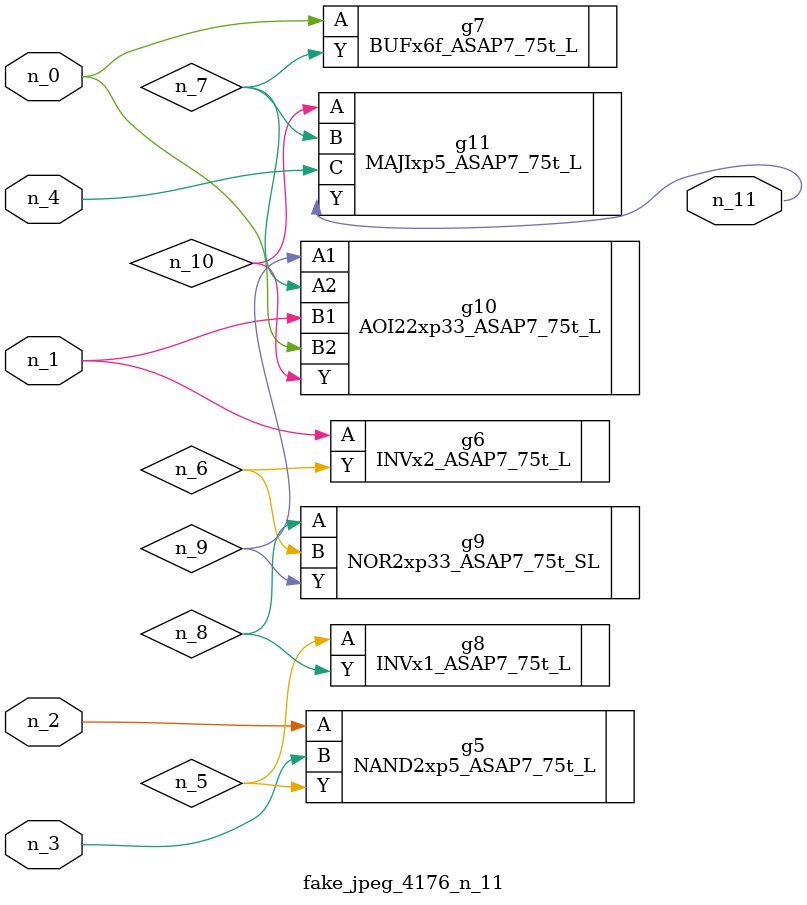
<source format=v>
module fake_jpeg_4176_n_11 (n_3, n_2, n_1, n_0, n_4, n_11);

input n_3;
input n_2;
input n_1;
input n_0;
input n_4;

output n_11;

wire n_10;
wire n_8;
wire n_9;
wire n_6;
wire n_5;
wire n_7;

NAND2xp5_ASAP7_75t_L g5 ( 
.A(n_2),
.B(n_3),
.Y(n_5)
);

INVx2_ASAP7_75t_L g6 ( 
.A(n_1),
.Y(n_6)
);

BUFx6f_ASAP7_75t_L g7 ( 
.A(n_0),
.Y(n_7)
);

INVx1_ASAP7_75t_L g8 ( 
.A(n_5),
.Y(n_8)
);

NOR2xp33_ASAP7_75t_SL g9 ( 
.A(n_8),
.B(n_6),
.Y(n_9)
);

AOI22xp33_ASAP7_75t_L g10 ( 
.A1(n_9),
.A2(n_7),
.B1(n_1),
.B2(n_0),
.Y(n_10)
);

MAJIxp5_ASAP7_75t_L g11 ( 
.A(n_10),
.B(n_7),
.C(n_4),
.Y(n_11)
);


endmodule
</source>
